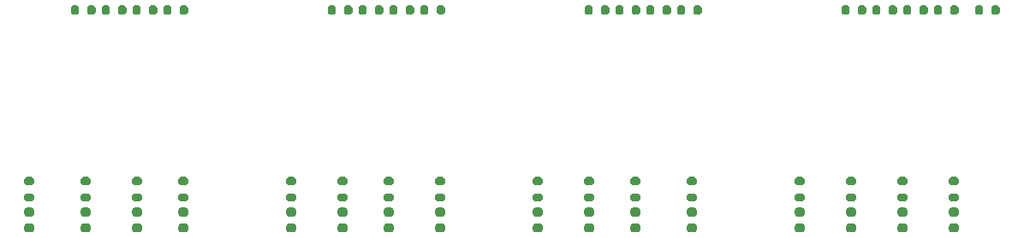
<source format=gbr>
G04 #@! TF.GenerationSoftware,KiCad,Pcbnew,(5.1.10)-1*
G04 #@! TF.CreationDate,2021-09-21T14:09:16-07:00*
G04 #@! TF.ProjectId,Adapter,41646170-7465-4722-9e6b-696361645f70,rev?*
G04 #@! TF.SameCoordinates,Original*
G04 #@! TF.FileFunction,Paste,Top*
G04 #@! TF.FilePolarity,Positive*
%FSLAX46Y46*%
G04 Gerber Fmt 4.6, Leading zero omitted, Abs format (unit mm)*
G04 Created by KiCad (PCBNEW (5.1.10)-1) date 2021-09-21 14:09:16*
%MOMM*%
%LPD*%
G01*
G04 APERTURE LIST*
G04 APERTURE END LIST*
G36*
G01*
X61997000Y-85553000D02*
X61447000Y-85553000D01*
G75*
G02*
X61247000Y-85353000I0J200000D01*
G01*
X61247000Y-84953000D01*
G75*
G02*
X61447000Y-84753000I200000J0D01*
G01*
X61997000Y-84753000D01*
G75*
G02*
X62197000Y-84953000I0J-200000D01*
G01*
X62197000Y-85353000D01*
G75*
G02*
X61997000Y-85553000I-200000J0D01*
G01*
G37*
G36*
G01*
X61997000Y-83903000D02*
X61447000Y-83903000D01*
G75*
G02*
X61247000Y-83703000I0J200000D01*
G01*
X61247000Y-83303000D01*
G75*
G02*
X61447000Y-83103000I200000J0D01*
G01*
X61997000Y-83103000D01*
G75*
G02*
X62197000Y-83303000I0J-200000D01*
G01*
X62197000Y-83703000D01*
G75*
G02*
X61997000Y-83903000I-200000J0D01*
G01*
G37*
G36*
G01*
X87905000Y-85553000D02*
X87355000Y-85553000D01*
G75*
G02*
X87155000Y-85353000I0J200000D01*
G01*
X87155000Y-84953000D01*
G75*
G02*
X87355000Y-84753000I200000J0D01*
G01*
X87905000Y-84753000D01*
G75*
G02*
X88105000Y-84953000I0J-200000D01*
G01*
X88105000Y-85353000D01*
G75*
G02*
X87905000Y-85553000I-200000J0D01*
G01*
G37*
G36*
G01*
X87905000Y-83903000D02*
X87355000Y-83903000D01*
G75*
G02*
X87155000Y-83703000I0J200000D01*
G01*
X87155000Y-83303000D01*
G75*
G02*
X87355000Y-83103000I200000J0D01*
G01*
X87905000Y-83103000D01*
G75*
G02*
X88105000Y-83303000I0J-200000D01*
G01*
X88105000Y-83703000D01*
G75*
G02*
X87905000Y-83903000I-200000J0D01*
G01*
G37*
G36*
G01*
X112289000Y-85553000D02*
X111739000Y-85553000D01*
G75*
G02*
X111539000Y-85353000I0J200000D01*
G01*
X111539000Y-84953000D01*
G75*
G02*
X111739000Y-84753000I200000J0D01*
G01*
X112289000Y-84753000D01*
G75*
G02*
X112489000Y-84953000I0J-200000D01*
G01*
X112489000Y-85353000D01*
G75*
G02*
X112289000Y-85553000I-200000J0D01*
G01*
G37*
G36*
G01*
X112289000Y-83903000D02*
X111739000Y-83903000D01*
G75*
G02*
X111539000Y-83703000I0J200000D01*
G01*
X111539000Y-83303000D01*
G75*
G02*
X111739000Y-83103000I200000J0D01*
G01*
X112289000Y-83103000D01*
G75*
G02*
X112489000Y-83303000I0J-200000D01*
G01*
X112489000Y-83703000D01*
G75*
G02*
X112289000Y-83903000I-200000J0D01*
G01*
G37*
G36*
G01*
X138197000Y-83903000D02*
X137647000Y-83903000D01*
G75*
G02*
X137447000Y-83703000I0J200000D01*
G01*
X137447000Y-83303000D01*
G75*
G02*
X137647000Y-83103000I200000J0D01*
G01*
X138197000Y-83103000D01*
G75*
G02*
X138397000Y-83303000I0J-200000D01*
G01*
X138397000Y-83703000D01*
G75*
G02*
X138197000Y-83903000I-200000J0D01*
G01*
G37*
G36*
G01*
X138197000Y-85553000D02*
X137647000Y-85553000D01*
G75*
G02*
X137447000Y-85353000I0J200000D01*
G01*
X137447000Y-84953000D01*
G75*
G02*
X137647000Y-84753000I200000J0D01*
G01*
X138197000Y-84753000D01*
G75*
G02*
X138397000Y-84953000I0J-200000D01*
G01*
X138397000Y-85353000D01*
G75*
G02*
X138197000Y-85553000I-200000J0D01*
G01*
G37*
G36*
G01*
X67585000Y-85553000D02*
X67035000Y-85553000D01*
G75*
G02*
X66835000Y-85353000I0J200000D01*
G01*
X66835000Y-84953000D01*
G75*
G02*
X67035000Y-84753000I200000J0D01*
G01*
X67585000Y-84753000D01*
G75*
G02*
X67785000Y-84953000I0J-200000D01*
G01*
X67785000Y-85353000D01*
G75*
G02*
X67585000Y-85553000I-200000J0D01*
G01*
G37*
G36*
G01*
X67585000Y-83903000D02*
X67035000Y-83903000D01*
G75*
G02*
X66835000Y-83703000I0J200000D01*
G01*
X66835000Y-83303000D01*
G75*
G02*
X67035000Y-83103000I200000J0D01*
G01*
X67585000Y-83103000D01*
G75*
G02*
X67785000Y-83303000I0J-200000D01*
G01*
X67785000Y-83703000D01*
G75*
G02*
X67585000Y-83903000I-200000J0D01*
G01*
G37*
G36*
G01*
X92985000Y-85553000D02*
X92435000Y-85553000D01*
G75*
G02*
X92235000Y-85353000I0J200000D01*
G01*
X92235000Y-84953000D01*
G75*
G02*
X92435000Y-84753000I200000J0D01*
G01*
X92985000Y-84753000D01*
G75*
G02*
X93185000Y-84953000I0J-200000D01*
G01*
X93185000Y-85353000D01*
G75*
G02*
X92985000Y-85553000I-200000J0D01*
G01*
G37*
G36*
G01*
X92985000Y-83903000D02*
X92435000Y-83903000D01*
G75*
G02*
X92235000Y-83703000I0J200000D01*
G01*
X92235000Y-83303000D01*
G75*
G02*
X92435000Y-83103000I200000J0D01*
G01*
X92985000Y-83103000D01*
G75*
G02*
X93185000Y-83303000I0J-200000D01*
G01*
X93185000Y-83703000D01*
G75*
G02*
X92985000Y-83903000I-200000J0D01*
G01*
G37*
G36*
G01*
X117369000Y-85553000D02*
X116819000Y-85553000D01*
G75*
G02*
X116619000Y-85353000I0J200000D01*
G01*
X116619000Y-84953000D01*
G75*
G02*
X116819000Y-84753000I200000J0D01*
G01*
X117369000Y-84753000D01*
G75*
G02*
X117569000Y-84953000I0J-200000D01*
G01*
X117569000Y-85353000D01*
G75*
G02*
X117369000Y-85553000I-200000J0D01*
G01*
G37*
G36*
G01*
X117369000Y-83903000D02*
X116819000Y-83903000D01*
G75*
G02*
X116619000Y-83703000I0J200000D01*
G01*
X116619000Y-83303000D01*
G75*
G02*
X116819000Y-83103000I200000J0D01*
G01*
X117369000Y-83103000D01*
G75*
G02*
X117569000Y-83303000I0J-200000D01*
G01*
X117569000Y-83703000D01*
G75*
G02*
X117369000Y-83903000I-200000J0D01*
G01*
G37*
G36*
G01*
X143277000Y-83903000D02*
X142727000Y-83903000D01*
G75*
G02*
X142527000Y-83703000I0J200000D01*
G01*
X142527000Y-83303000D01*
G75*
G02*
X142727000Y-83103000I200000J0D01*
G01*
X143277000Y-83103000D01*
G75*
G02*
X143477000Y-83303000I0J-200000D01*
G01*
X143477000Y-83703000D01*
G75*
G02*
X143277000Y-83903000I-200000J0D01*
G01*
G37*
G36*
G01*
X143277000Y-85553000D02*
X142727000Y-85553000D01*
G75*
G02*
X142527000Y-85353000I0J200000D01*
G01*
X142527000Y-84953000D01*
G75*
G02*
X142727000Y-84753000I200000J0D01*
G01*
X143277000Y-84753000D01*
G75*
G02*
X143477000Y-84953000I0J-200000D01*
G01*
X143477000Y-85353000D01*
G75*
G02*
X143277000Y-85553000I-200000J0D01*
G01*
G37*
G36*
G01*
X72665000Y-85553000D02*
X72115000Y-85553000D01*
G75*
G02*
X71915000Y-85353000I0J200000D01*
G01*
X71915000Y-84953000D01*
G75*
G02*
X72115000Y-84753000I200000J0D01*
G01*
X72665000Y-84753000D01*
G75*
G02*
X72865000Y-84953000I0J-200000D01*
G01*
X72865000Y-85353000D01*
G75*
G02*
X72665000Y-85553000I-200000J0D01*
G01*
G37*
G36*
G01*
X72665000Y-83903000D02*
X72115000Y-83903000D01*
G75*
G02*
X71915000Y-83703000I0J200000D01*
G01*
X71915000Y-83303000D01*
G75*
G02*
X72115000Y-83103000I200000J0D01*
G01*
X72665000Y-83103000D01*
G75*
G02*
X72865000Y-83303000I0J-200000D01*
G01*
X72865000Y-83703000D01*
G75*
G02*
X72665000Y-83903000I-200000J0D01*
G01*
G37*
G36*
G01*
X97557000Y-85553000D02*
X97007000Y-85553000D01*
G75*
G02*
X96807000Y-85353000I0J200000D01*
G01*
X96807000Y-84953000D01*
G75*
G02*
X97007000Y-84753000I200000J0D01*
G01*
X97557000Y-84753000D01*
G75*
G02*
X97757000Y-84953000I0J-200000D01*
G01*
X97757000Y-85353000D01*
G75*
G02*
X97557000Y-85553000I-200000J0D01*
G01*
G37*
G36*
G01*
X97557000Y-83903000D02*
X97007000Y-83903000D01*
G75*
G02*
X96807000Y-83703000I0J200000D01*
G01*
X96807000Y-83303000D01*
G75*
G02*
X97007000Y-83103000I200000J0D01*
G01*
X97557000Y-83103000D01*
G75*
G02*
X97757000Y-83303000I0J-200000D01*
G01*
X97757000Y-83703000D01*
G75*
G02*
X97557000Y-83903000I-200000J0D01*
G01*
G37*
G36*
G01*
X121941000Y-85553000D02*
X121391000Y-85553000D01*
G75*
G02*
X121191000Y-85353000I0J200000D01*
G01*
X121191000Y-84953000D01*
G75*
G02*
X121391000Y-84753000I200000J0D01*
G01*
X121941000Y-84753000D01*
G75*
G02*
X122141000Y-84953000I0J-200000D01*
G01*
X122141000Y-85353000D01*
G75*
G02*
X121941000Y-85553000I-200000J0D01*
G01*
G37*
G36*
G01*
X121941000Y-83903000D02*
X121391000Y-83903000D01*
G75*
G02*
X121191000Y-83703000I0J200000D01*
G01*
X121191000Y-83303000D01*
G75*
G02*
X121391000Y-83103000I200000J0D01*
G01*
X121941000Y-83103000D01*
G75*
G02*
X122141000Y-83303000I0J-200000D01*
G01*
X122141000Y-83703000D01*
G75*
G02*
X121941000Y-83903000I-200000J0D01*
G01*
G37*
G36*
G01*
X148357000Y-83903000D02*
X147807000Y-83903000D01*
G75*
G02*
X147607000Y-83703000I0J200000D01*
G01*
X147607000Y-83303000D01*
G75*
G02*
X147807000Y-83103000I200000J0D01*
G01*
X148357000Y-83103000D01*
G75*
G02*
X148557000Y-83303000I0J-200000D01*
G01*
X148557000Y-83703000D01*
G75*
G02*
X148357000Y-83903000I-200000J0D01*
G01*
G37*
G36*
G01*
X148357000Y-85553000D02*
X147807000Y-85553000D01*
G75*
G02*
X147607000Y-85353000I0J200000D01*
G01*
X147607000Y-84953000D01*
G75*
G02*
X147807000Y-84753000I200000J0D01*
G01*
X148357000Y-84753000D01*
G75*
G02*
X148557000Y-84953000I0J-200000D01*
G01*
X148557000Y-85353000D01*
G75*
G02*
X148357000Y-85553000I-200000J0D01*
G01*
G37*
G36*
G01*
X77237000Y-83903000D02*
X76687000Y-83903000D01*
G75*
G02*
X76487000Y-83703000I0J200000D01*
G01*
X76487000Y-83303000D01*
G75*
G02*
X76687000Y-83103000I200000J0D01*
G01*
X77237000Y-83103000D01*
G75*
G02*
X77437000Y-83303000I0J-200000D01*
G01*
X77437000Y-83703000D01*
G75*
G02*
X77237000Y-83903000I-200000J0D01*
G01*
G37*
G36*
G01*
X77237000Y-85553000D02*
X76687000Y-85553000D01*
G75*
G02*
X76487000Y-85353000I0J200000D01*
G01*
X76487000Y-84953000D01*
G75*
G02*
X76687000Y-84753000I200000J0D01*
G01*
X77237000Y-84753000D01*
G75*
G02*
X77437000Y-84953000I0J-200000D01*
G01*
X77437000Y-85353000D01*
G75*
G02*
X77237000Y-85553000I-200000J0D01*
G01*
G37*
G36*
G01*
X102637000Y-85553000D02*
X102087000Y-85553000D01*
G75*
G02*
X101887000Y-85353000I0J200000D01*
G01*
X101887000Y-84953000D01*
G75*
G02*
X102087000Y-84753000I200000J0D01*
G01*
X102637000Y-84753000D01*
G75*
G02*
X102837000Y-84953000I0J-200000D01*
G01*
X102837000Y-85353000D01*
G75*
G02*
X102637000Y-85553000I-200000J0D01*
G01*
G37*
G36*
G01*
X102637000Y-83903000D02*
X102087000Y-83903000D01*
G75*
G02*
X101887000Y-83703000I0J200000D01*
G01*
X101887000Y-83303000D01*
G75*
G02*
X102087000Y-83103000I200000J0D01*
G01*
X102637000Y-83103000D01*
G75*
G02*
X102837000Y-83303000I0J-200000D01*
G01*
X102837000Y-83703000D01*
G75*
G02*
X102637000Y-83903000I-200000J0D01*
G01*
G37*
G36*
G01*
X127529000Y-85553000D02*
X126979000Y-85553000D01*
G75*
G02*
X126779000Y-85353000I0J200000D01*
G01*
X126779000Y-84953000D01*
G75*
G02*
X126979000Y-84753000I200000J0D01*
G01*
X127529000Y-84753000D01*
G75*
G02*
X127729000Y-84953000I0J-200000D01*
G01*
X127729000Y-85353000D01*
G75*
G02*
X127529000Y-85553000I-200000J0D01*
G01*
G37*
G36*
G01*
X127529000Y-83903000D02*
X126979000Y-83903000D01*
G75*
G02*
X126779000Y-83703000I0J200000D01*
G01*
X126779000Y-83303000D01*
G75*
G02*
X126979000Y-83103000I200000J0D01*
G01*
X127529000Y-83103000D01*
G75*
G02*
X127729000Y-83303000I0J-200000D01*
G01*
X127729000Y-83703000D01*
G75*
G02*
X127529000Y-83903000I-200000J0D01*
G01*
G37*
G36*
G01*
X153437000Y-83903000D02*
X152887000Y-83903000D01*
G75*
G02*
X152687000Y-83703000I0J200000D01*
G01*
X152687000Y-83303000D01*
G75*
G02*
X152887000Y-83103000I200000J0D01*
G01*
X153437000Y-83103000D01*
G75*
G02*
X153637000Y-83303000I0J-200000D01*
G01*
X153637000Y-83703000D01*
G75*
G02*
X153437000Y-83903000I-200000J0D01*
G01*
G37*
G36*
G01*
X153437000Y-85553000D02*
X152887000Y-85553000D01*
G75*
G02*
X152687000Y-85353000I0J200000D01*
G01*
X152687000Y-84953000D01*
G75*
G02*
X152887000Y-84753000I200000J0D01*
G01*
X153437000Y-84753000D01*
G75*
G02*
X153637000Y-84953000I0J-200000D01*
G01*
X153637000Y-85353000D01*
G75*
G02*
X153437000Y-85553000I-200000J0D01*
G01*
G37*
G36*
G01*
X67481000Y-66823000D02*
X67481000Y-66273000D01*
G75*
G02*
X67681000Y-66073000I200000J0D01*
G01*
X68081000Y-66073000D01*
G75*
G02*
X68281000Y-66273000I0J-200000D01*
G01*
X68281000Y-66823000D01*
G75*
G02*
X68081000Y-67023000I-200000J0D01*
G01*
X67681000Y-67023000D01*
G75*
G02*
X67481000Y-66823000I0J200000D01*
G01*
G37*
G36*
G01*
X65831000Y-66823000D02*
X65831000Y-66273000D01*
G75*
G02*
X66031000Y-66073000I200000J0D01*
G01*
X66431000Y-66073000D01*
G75*
G02*
X66631000Y-66273000I0J-200000D01*
G01*
X66631000Y-66823000D01*
G75*
G02*
X66431000Y-67023000I-200000J0D01*
G01*
X66031000Y-67023000D01*
G75*
G02*
X65831000Y-66823000I0J200000D01*
G01*
G37*
G36*
G01*
X70529000Y-66823000D02*
X70529000Y-66273000D01*
G75*
G02*
X70729000Y-66073000I200000J0D01*
G01*
X71129000Y-66073000D01*
G75*
G02*
X71329000Y-66273000I0J-200000D01*
G01*
X71329000Y-66823000D01*
G75*
G02*
X71129000Y-67023000I-200000J0D01*
G01*
X70729000Y-67023000D01*
G75*
G02*
X70529000Y-66823000I0J200000D01*
G01*
G37*
G36*
G01*
X68879000Y-66823000D02*
X68879000Y-66273000D01*
G75*
G02*
X69079000Y-66073000I200000J0D01*
G01*
X69479000Y-66073000D01*
G75*
G02*
X69679000Y-66273000I0J-200000D01*
G01*
X69679000Y-66823000D01*
G75*
G02*
X69479000Y-67023000I-200000J0D01*
G01*
X69079000Y-67023000D01*
G75*
G02*
X68879000Y-66823000I0J200000D01*
G01*
G37*
G36*
G01*
X73577000Y-66823000D02*
X73577000Y-66273000D01*
G75*
G02*
X73777000Y-66073000I200000J0D01*
G01*
X74177000Y-66073000D01*
G75*
G02*
X74377000Y-66273000I0J-200000D01*
G01*
X74377000Y-66823000D01*
G75*
G02*
X74177000Y-67023000I-200000J0D01*
G01*
X73777000Y-67023000D01*
G75*
G02*
X73577000Y-66823000I0J200000D01*
G01*
G37*
G36*
G01*
X71927000Y-66823000D02*
X71927000Y-66273000D01*
G75*
G02*
X72127000Y-66073000I200000J0D01*
G01*
X72527000Y-66073000D01*
G75*
G02*
X72727000Y-66273000I0J-200000D01*
G01*
X72727000Y-66823000D01*
G75*
G02*
X72527000Y-67023000I-200000J0D01*
G01*
X72127000Y-67023000D01*
G75*
G02*
X71927000Y-66823000I0J200000D01*
G01*
G37*
G36*
G01*
X76625000Y-66823000D02*
X76625000Y-66273000D01*
G75*
G02*
X76825000Y-66073000I200000J0D01*
G01*
X77225000Y-66073000D01*
G75*
G02*
X77425000Y-66273000I0J-200000D01*
G01*
X77425000Y-66823000D01*
G75*
G02*
X77225000Y-67023000I-200000J0D01*
G01*
X76825000Y-67023000D01*
G75*
G02*
X76625000Y-66823000I0J200000D01*
G01*
G37*
G36*
G01*
X74975000Y-66823000D02*
X74975000Y-66273000D01*
G75*
G02*
X75175000Y-66073000I200000J0D01*
G01*
X75575000Y-66073000D01*
G75*
G02*
X75775000Y-66273000I0J-200000D01*
G01*
X75775000Y-66823000D01*
G75*
G02*
X75575000Y-67023000I-200000J0D01*
G01*
X75175000Y-67023000D01*
G75*
G02*
X74975000Y-66823000I0J200000D01*
G01*
G37*
G36*
G01*
X92881000Y-66823000D02*
X92881000Y-66273000D01*
G75*
G02*
X93081000Y-66073000I200000J0D01*
G01*
X93481000Y-66073000D01*
G75*
G02*
X93681000Y-66273000I0J-200000D01*
G01*
X93681000Y-66823000D01*
G75*
G02*
X93481000Y-67023000I-200000J0D01*
G01*
X93081000Y-67023000D01*
G75*
G02*
X92881000Y-66823000I0J200000D01*
G01*
G37*
G36*
G01*
X91231000Y-66823000D02*
X91231000Y-66273000D01*
G75*
G02*
X91431000Y-66073000I200000J0D01*
G01*
X91831000Y-66073000D01*
G75*
G02*
X92031000Y-66273000I0J-200000D01*
G01*
X92031000Y-66823000D01*
G75*
G02*
X91831000Y-67023000I-200000J0D01*
G01*
X91431000Y-67023000D01*
G75*
G02*
X91231000Y-66823000I0J200000D01*
G01*
G37*
G36*
G01*
X95929000Y-66823000D02*
X95929000Y-66273000D01*
G75*
G02*
X96129000Y-66073000I200000J0D01*
G01*
X96529000Y-66073000D01*
G75*
G02*
X96729000Y-66273000I0J-200000D01*
G01*
X96729000Y-66823000D01*
G75*
G02*
X96529000Y-67023000I-200000J0D01*
G01*
X96129000Y-67023000D01*
G75*
G02*
X95929000Y-66823000I0J200000D01*
G01*
G37*
G36*
G01*
X94279000Y-66823000D02*
X94279000Y-66273000D01*
G75*
G02*
X94479000Y-66073000I200000J0D01*
G01*
X94879000Y-66073000D01*
G75*
G02*
X95079000Y-66273000I0J-200000D01*
G01*
X95079000Y-66823000D01*
G75*
G02*
X94879000Y-67023000I-200000J0D01*
G01*
X94479000Y-67023000D01*
G75*
G02*
X94279000Y-66823000I0J200000D01*
G01*
G37*
G36*
G01*
X98977000Y-66823000D02*
X98977000Y-66273000D01*
G75*
G02*
X99177000Y-66073000I200000J0D01*
G01*
X99577000Y-66073000D01*
G75*
G02*
X99777000Y-66273000I0J-200000D01*
G01*
X99777000Y-66823000D01*
G75*
G02*
X99577000Y-67023000I-200000J0D01*
G01*
X99177000Y-67023000D01*
G75*
G02*
X98977000Y-66823000I0J200000D01*
G01*
G37*
G36*
G01*
X97327000Y-66823000D02*
X97327000Y-66273000D01*
G75*
G02*
X97527000Y-66073000I200000J0D01*
G01*
X97927000Y-66073000D01*
G75*
G02*
X98127000Y-66273000I0J-200000D01*
G01*
X98127000Y-66823000D01*
G75*
G02*
X97927000Y-67023000I-200000J0D01*
G01*
X97527000Y-67023000D01*
G75*
G02*
X97327000Y-66823000I0J200000D01*
G01*
G37*
G36*
G01*
X102027000Y-66823000D02*
X102027000Y-66273000D01*
G75*
G02*
X102227000Y-66073000I200000J0D01*
G01*
X102627000Y-66073000D01*
G75*
G02*
X102827000Y-66273000I0J-200000D01*
G01*
X102827000Y-66823000D01*
G75*
G02*
X102627000Y-67023000I-200000J0D01*
G01*
X102227000Y-67023000D01*
G75*
G02*
X102027000Y-66823000I0J200000D01*
G01*
G37*
G36*
G01*
X100377000Y-66823000D02*
X100377000Y-66273000D01*
G75*
G02*
X100577000Y-66073000I200000J0D01*
G01*
X100977000Y-66073000D01*
G75*
G02*
X101177000Y-66273000I0J-200000D01*
G01*
X101177000Y-66823000D01*
G75*
G02*
X100977000Y-67023000I-200000J0D01*
G01*
X100577000Y-67023000D01*
G75*
G02*
X100377000Y-66823000I0J200000D01*
G01*
G37*
G36*
G01*
X118279000Y-66823000D02*
X118279000Y-66273000D01*
G75*
G02*
X118479000Y-66073000I200000J0D01*
G01*
X118879000Y-66073000D01*
G75*
G02*
X119079000Y-66273000I0J-200000D01*
G01*
X119079000Y-66823000D01*
G75*
G02*
X118879000Y-67023000I-200000J0D01*
G01*
X118479000Y-67023000D01*
G75*
G02*
X118279000Y-66823000I0J200000D01*
G01*
G37*
G36*
G01*
X116629000Y-66823000D02*
X116629000Y-66273000D01*
G75*
G02*
X116829000Y-66073000I200000J0D01*
G01*
X117229000Y-66073000D01*
G75*
G02*
X117429000Y-66273000I0J-200000D01*
G01*
X117429000Y-66823000D01*
G75*
G02*
X117229000Y-67023000I-200000J0D01*
G01*
X116829000Y-67023000D01*
G75*
G02*
X116629000Y-66823000I0J200000D01*
G01*
G37*
G36*
G01*
X121329000Y-66823000D02*
X121329000Y-66273000D01*
G75*
G02*
X121529000Y-66073000I200000J0D01*
G01*
X121929000Y-66073000D01*
G75*
G02*
X122129000Y-66273000I0J-200000D01*
G01*
X122129000Y-66823000D01*
G75*
G02*
X121929000Y-67023000I-200000J0D01*
G01*
X121529000Y-67023000D01*
G75*
G02*
X121329000Y-66823000I0J200000D01*
G01*
G37*
G36*
G01*
X119679000Y-66823000D02*
X119679000Y-66273000D01*
G75*
G02*
X119879000Y-66073000I200000J0D01*
G01*
X120279000Y-66073000D01*
G75*
G02*
X120479000Y-66273000I0J-200000D01*
G01*
X120479000Y-66823000D01*
G75*
G02*
X120279000Y-67023000I-200000J0D01*
G01*
X119879000Y-67023000D01*
G75*
G02*
X119679000Y-66823000I0J200000D01*
G01*
G37*
G36*
G01*
X124377000Y-66823000D02*
X124377000Y-66273000D01*
G75*
G02*
X124577000Y-66073000I200000J0D01*
G01*
X124977000Y-66073000D01*
G75*
G02*
X125177000Y-66273000I0J-200000D01*
G01*
X125177000Y-66823000D01*
G75*
G02*
X124977000Y-67023000I-200000J0D01*
G01*
X124577000Y-67023000D01*
G75*
G02*
X124377000Y-66823000I0J200000D01*
G01*
G37*
G36*
G01*
X122727000Y-66823000D02*
X122727000Y-66273000D01*
G75*
G02*
X122927000Y-66073000I200000J0D01*
G01*
X123327000Y-66073000D01*
G75*
G02*
X123527000Y-66273000I0J-200000D01*
G01*
X123527000Y-66823000D01*
G75*
G02*
X123327000Y-67023000I-200000J0D01*
G01*
X122927000Y-67023000D01*
G75*
G02*
X122727000Y-66823000I0J200000D01*
G01*
G37*
G36*
G01*
X127425000Y-66823000D02*
X127425000Y-66273000D01*
G75*
G02*
X127625000Y-66073000I200000J0D01*
G01*
X128025000Y-66073000D01*
G75*
G02*
X128225000Y-66273000I0J-200000D01*
G01*
X128225000Y-66823000D01*
G75*
G02*
X128025000Y-67023000I-200000J0D01*
G01*
X127625000Y-67023000D01*
G75*
G02*
X127425000Y-66823000I0J200000D01*
G01*
G37*
G36*
G01*
X125775000Y-66823000D02*
X125775000Y-66273000D01*
G75*
G02*
X125975000Y-66073000I200000J0D01*
G01*
X126375000Y-66073000D01*
G75*
G02*
X126575000Y-66273000I0J-200000D01*
G01*
X126575000Y-66823000D01*
G75*
G02*
X126375000Y-67023000I-200000J0D01*
G01*
X125975000Y-67023000D01*
G75*
G02*
X125775000Y-66823000I0J200000D01*
G01*
G37*
G36*
G01*
X143679000Y-66823000D02*
X143679000Y-66273000D01*
G75*
G02*
X143879000Y-66073000I200000J0D01*
G01*
X144279000Y-66073000D01*
G75*
G02*
X144479000Y-66273000I0J-200000D01*
G01*
X144479000Y-66823000D01*
G75*
G02*
X144279000Y-67023000I-200000J0D01*
G01*
X143879000Y-67023000D01*
G75*
G02*
X143679000Y-66823000I0J200000D01*
G01*
G37*
G36*
G01*
X142029000Y-66823000D02*
X142029000Y-66273000D01*
G75*
G02*
X142229000Y-66073000I200000J0D01*
G01*
X142629000Y-66073000D01*
G75*
G02*
X142829000Y-66273000I0J-200000D01*
G01*
X142829000Y-66823000D01*
G75*
G02*
X142629000Y-67023000I-200000J0D01*
G01*
X142229000Y-67023000D01*
G75*
G02*
X142029000Y-66823000I0J200000D01*
G01*
G37*
G36*
G01*
X146729000Y-66823000D02*
X146729000Y-66273000D01*
G75*
G02*
X146929000Y-66073000I200000J0D01*
G01*
X147329000Y-66073000D01*
G75*
G02*
X147529000Y-66273000I0J-200000D01*
G01*
X147529000Y-66823000D01*
G75*
G02*
X147329000Y-67023000I-200000J0D01*
G01*
X146929000Y-67023000D01*
G75*
G02*
X146729000Y-66823000I0J200000D01*
G01*
G37*
G36*
G01*
X145079000Y-66823000D02*
X145079000Y-66273000D01*
G75*
G02*
X145279000Y-66073000I200000J0D01*
G01*
X145679000Y-66073000D01*
G75*
G02*
X145879000Y-66273000I0J-200000D01*
G01*
X145879000Y-66823000D01*
G75*
G02*
X145679000Y-67023000I-200000J0D01*
G01*
X145279000Y-67023000D01*
G75*
G02*
X145079000Y-66823000I0J200000D01*
G01*
G37*
G36*
G01*
X149775000Y-66823000D02*
X149775000Y-66273000D01*
G75*
G02*
X149975000Y-66073000I200000J0D01*
G01*
X150375000Y-66073000D01*
G75*
G02*
X150575000Y-66273000I0J-200000D01*
G01*
X150575000Y-66823000D01*
G75*
G02*
X150375000Y-67023000I-200000J0D01*
G01*
X149975000Y-67023000D01*
G75*
G02*
X149775000Y-66823000I0J200000D01*
G01*
G37*
G36*
G01*
X148125000Y-66823000D02*
X148125000Y-66273000D01*
G75*
G02*
X148325000Y-66073000I200000J0D01*
G01*
X148725000Y-66073000D01*
G75*
G02*
X148925000Y-66273000I0J-200000D01*
G01*
X148925000Y-66823000D01*
G75*
G02*
X148725000Y-67023000I-200000J0D01*
G01*
X148325000Y-67023000D01*
G75*
G02*
X148125000Y-66823000I0J200000D01*
G01*
G37*
G36*
G01*
X152823000Y-66823000D02*
X152823000Y-66273000D01*
G75*
G02*
X153023000Y-66073000I200000J0D01*
G01*
X153423000Y-66073000D01*
G75*
G02*
X153623000Y-66273000I0J-200000D01*
G01*
X153623000Y-66823000D01*
G75*
G02*
X153423000Y-67023000I-200000J0D01*
G01*
X153023000Y-67023000D01*
G75*
G02*
X152823000Y-66823000I0J200000D01*
G01*
G37*
G36*
G01*
X151173000Y-66823000D02*
X151173000Y-66273000D01*
G75*
G02*
X151373000Y-66073000I200000J0D01*
G01*
X151773000Y-66073000D01*
G75*
G02*
X151973000Y-66273000I0J-200000D01*
G01*
X151973000Y-66823000D01*
G75*
G02*
X151773000Y-67023000I-200000J0D01*
G01*
X151373000Y-67023000D01*
G75*
G02*
X151173000Y-66823000I0J200000D01*
G01*
G37*
G36*
G01*
X156889000Y-66823000D02*
X156889000Y-66273000D01*
G75*
G02*
X157089000Y-66073000I200000J0D01*
G01*
X157489000Y-66073000D01*
G75*
G02*
X157689000Y-66273000I0J-200000D01*
G01*
X157689000Y-66823000D01*
G75*
G02*
X157489000Y-67023000I-200000J0D01*
G01*
X157089000Y-67023000D01*
G75*
G02*
X156889000Y-66823000I0J200000D01*
G01*
G37*
G36*
G01*
X155239000Y-66823000D02*
X155239000Y-66273000D01*
G75*
G02*
X155439000Y-66073000I200000J0D01*
G01*
X155839000Y-66073000D01*
G75*
G02*
X156039000Y-66273000I0J-200000D01*
G01*
X156039000Y-66823000D01*
G75*
G02*
X155839000Y-67023000I-200000J0D01*
G01*
X155439000Y-67023000D01*
G75*
G02*
X155239000Y-66823000I0J200000D01*
G01*
G37*
G36*
G01*
X61978250Y-88601000D02*
X61465750Y-88601000D01*
G75*
G02*
X61247000Y-88382250I0J218750D01*
G01*
X61247000Y-87944750D01*
G75*
G02*
X61465750Y-87726000I218750J0D01*
G01*
X61978250Y-87726000D01*
G75*
G02*
X62197000Y-87944750I0J-218750D01*
G01*
X62197000Y-88382250D01*
G75*
G02*
X61978250Y-88601000I-218750J0D01*
G01*
G37*
G36*
G01*
X61978250Y-87026000D02*
X61465750Y-87026000D01*
G75*
G02*
X61247000Y-86807250I0J218750D01*
G01*
X61247000Y-86369750D01*
G75*
G02*
X61465750Y-86151000I218750J0D01*
G01*
X61978250Y-86151000D01*
G75*
G02*
X62197000Y-86369750I0J-218750D01*
G01*
X62197000Y-86807250D01*
G75*
G02*
X61978250Y-87026000I-218750J0D01*
G01*
G37*
G36*
G01*
X87886250Y-88601000D02*
X87373750Y-88601000D01*
G75*
G02*
X87155000Y-88382250I0J218750D01*
G01*
X87155000Y-87944750D01*
G75*
G02*
X87373750Y-87726000I218750J0D01*
G01*
X87886250Y-87726000D01*
G75*
G02*
X88105000Y-87944750I0J-218750D01*
G01*
X88105000Y-88382250D01*
G75*
G02*
X87886250Y-88601000I-218750J0D01*
G01*
G37*
G36*
G01*
X87886250Y-87026000D02*
X87373750Y-87026000D01*
G75*
G02*
X87155000Y-86807250I0J218750D01*
G01*
X87155000Y-86369750D01*
G75*
G02*
X87373750Y-86151000I218750J0D01*
G01*
X87886250Y-86151000D01*
G75*
G02*
X88105000Y-86369750I0J-218750D01*
G01*
X88105000Y-86807250D01*
G75*
G02*
X87886250Y-87026000I-218750J0D01*
G01*
G37*
G36*
G01*
X112270250Y-87026000D02*
X111757750Y-87026000D01*
G75*
G02*
X111539000Y-86807250I0J218750D01*
G01*
X111539000Y-86369750D01*
G75*
G02*
X111757750Y-86151000I218750J0D01*
G01*
X112270250Y-86151000D01*
G75*
G02*
X112489000Y-86369750I0J-218750D01*
G01*
X112489000Y-86807250D01*
G75*
G02*
X112270250Y-87026000I-218750J0D01*
G01*
G37*
G36*
G01*
X112270250Y-88601000D02*
X111757750Y-88601000D01*
G75*
G02*
X111539000Y-88382250I0J218750D01*
G01*
X111539000Y-87944750D01*
G75*
G02*
X111757750Y-87726000I218750J0D01*
G01*
X112270250Y-87726000D01*
G75*
G02*
X112489000Y-87944750I0J-218750D01*
G01*
X112489000Y-88382250D01*
G75*
G02*
X112270250Y-88601000I-218750J0D01*
G01*
G37*
G36*
G01*
X138178250Y-87026000D02*
X137665750Y-87026000D01*
G75*
G02*
X137447000Y-86807250I0J218750D01*
G01*
X137447000Y-86369750D01*
G75*
G02*
X137665750Y-86151000I218750J0D01*
G01*
X138178250Y-86151000D01*
G75*
G02*
X138397000Y-86369750I0J-218750D01*
G01*
X138397000Y-86807250D01*
G75*
G02*
X138178250Y-87026000I-218750J0D01*
G01*
G37*
G36*
G01*
X138178250Y-88601000D02*
X137665750Y-88601000D01*
G75*
G02*
X137447000Y-88382250I0J218750D01*
G01*
X137447000Y-87944750D01*
G75*
G02*
X137665750Y-87726000I218750J0D01*
G01*
X138178250Y-87726000D01*
G75*
G02*
X138397000Y-87944750I0J-218750D01*
G01*
X138397000Y-88382250D01*
G75*
G02*
X138178250Y-88601000I-218750J0D01*
G01*
G37*
G36*
G01*
X67566250Y-88601000D02*
X67053750Y-88601000D01*
G75*
G02*
X66835000Y-88382250I0J218750D01*
G01*
X66835000Y-87944750D01*
G75*
G02*
X67053750Y-87726000I218750J0D01*
G01*
X67566250Y-87726000D01*
G75*
G02*
X67785000Y-87944750I0J-218750D01*
G01*
X67785000Y-88382250D01*
G75*
G02*
X67566250Y-88601000I-218750J0D01*
G01*
G37*
G36*
G01*
X67566250Y-87026000D02*
X67053750Y-87026000D01*
G75*
G02*
X66835000Y-86807250I0J218750D01*
G01*
X66835000Y-86369750D01*
G75*
G02*
X67053750Y-86151000I218750J0D01*
G01*
X67566250Y-86151000D01*
G75*
G02*
X67785000Y-86369750I0J-218750D01*
G01*
X67785000Y-86807250D01*
G75*
G02*
X67566250Y-87026000I-218750J0D01*
G01*
G37*
G36*
G01*
X92966250Y-88601000D02*
X92453750Y-88601000D01*
G75*
G02*
X92235000Y-88382250I0J218750D01*
G01*
X92235000Y-87944750D01*
G75*
G02*
X92453750Y-87726000I218750J0D01*
G01*
X92966250Y-87726000D01*
G75*
G02*
X93185000Y-87944750I0J-218750D01*
G01*
X93185000Y-88382250D01*
G75*
G02*
X92966250Y-88601000I-218750J0D01*
G01*
G37*
G36*
G01*
X92966250Y-87026000D02*
X92453750Y-87026000D01*
G75*
G02*
X92235000Y-86807250I0J218750D01*
G01*
X92235000Y-86369750D01*
G75*
G02*
X92453750Y-86151000I218750J0D01*
G01*
X92966250Y-86151000D01*
G75*
G02*
X93185000Y-86369750I0J-218750D01*
G01*
X93185000Y-86807250D01*
G75*
G02*
X92966250Y-87026000I-218750J0D01*
G01*
G37*
G36*
G01*
X117350250Y-88601000D02*
X116837750Y-88601000D01*
G75*
G02*
X116619000Y-88382250I0J218750D01*
G01*
X116619000Y-87944750D01*
G75*
G02*
X116837750Y-87726000I218750J0D01*
G01*
X117350250Y-87726000D01*
G75*
G02*
X117569000Y-87944750I0J-218750D01*
G01*
X117569000Y-88382250D01*
G75*
G02*
X117350250Y-88601000I-218750J0D01*
G01*
G37*
G36*
G01*
X117350250Y-87026000D02*
X116837750Y-87026000D01*
G75*
G02*
X116619000Y-86807250I0J218750D01*
G01*
X116619000Y-86369750D01*
G75*
G02*
X116837750Y-86151000I218750J0D01*
G01*
X117350250Y-86151000D01*
G75*
G02*
X117569000Y-86369750I0J-218750D01*
G01*
X117569000Y-86807250D01*
G75*
G02*
X117350250Y-87026000I-218750J0D01*
G01*
G37*
G36*
G01*
X143258250Y-88601000D02*
X142745750Y-88601000D01*
G75*
G02*
X142527000Y-88382250I0J218750D01*
G01*
X142527000Y-87944750D01*
G75*
G02*
X142745750Y-87726000I218750J0D01*
G01*
X143258250Y-87726000D01*
G75*
G02*
X143477000Y-87944750I0J-218750D01*
G01*
X143477000Y-88382250D01*
G75*
G02*
X143258250Y-88601000I-218750J0D01*
G01*
G37*
G36*
G01*
X143258250Y-87026000D02*
X142745750Y-87026000D01*
G75*
G02*
X142527000Y-86807250I0J218750D01*
G01*
X142527000Y-86369750D01*
G75*
G02*
X142745750Y-86151000I218750J0D01*
G01*
X143258250Y-86151000D01*
G75*
G02*
X143477000Y-86369750I0J-218750D01*
G01*
X143477000Y-86807250D01*
G75*
G02*
X143258250Y-87026000I-218750J0D01*
G01*
G37*
G36*
G01*
X72646250Y-87026000D02*
X72133750Y-87026000D01*
G75*
G02*
X71915000Y-86807250I0J218750D01*
G01*
X71915000Y-86369750D01*
G75*
G02*
X72133750Y-86151000I218750J0D01*
G01*
X72646250Y-86151000D01*
G75*
G02*
X72865000Y-86369750I0J-218750D01*
G01*
X72865000Y-86807250D01*
G75*
G02*
X72646250Y-87026000I-218750J0D01*
G01*
G37*
G36*
G01*
X72646250Y-88601000D02*
X72133750Y-88601000D01*
G75*
G02*
X71915000Y-88382250I0J218750D01*
G01*
X71915000Y-87944750D01*
G75*
G02*
X72133750Y-87726000I218750J0D01*
G01*
X72646250Y-87726000D01*
G75*
G02*
X72865000Y-87944750I0J-218750D01*
G01*
X72865000Y-88382250D01*
G75*
G02*
X72646250Y-88601000I-218750J0D01*
G01*
G37*
G36*
G01*
X97538250Y-87026000D02*
X97025750Y-87026000D01*
G75*
G02*
X96807000Y-86807250I0J218750D01*
G01*
X96807000Y-86369750D01*
G75*
G02*
X97025750Y-86151000I218750J0D01*
G01*
X97538250Y-86151000D01*
G75*
G02*
X97757000Y-86369750I0J-218750D01*
G01*
X97757000Y-86807250D01*
G75*
G02*
X97538250Y-87026000I-218750J0D01*
G01*
G37*
G36*
G01*
X97538250Y-88601000D02*
X97025750Y-88601000D01*
G75*
G02*
X96807000Y-88382250I0J218750D01*
G01*
X96807000Y-87944750D01*
G75*
G02*
X97025750Y-87726000I218750J0D01*
G01*
X97538250Y-87726000D01*
G75*
G02*
X97757000Y-87944750I0J-218750D01*
G01*
X97757000Y-88382250D01*
G75*
G02*
X97538250Y-88601000I-218750J0D01*
G01*
G37*
G36*
G01*
X121922250Y-88601000D02*
X121409750Y-88601000D01*
G75*
G02*
X121191000Y-88382250I0J218750D01*
G01*
X121191000Y-87944750D01*
G75*
G02*
X121409750Y-87726000I218750J0D01*
G01*
X121922250Y-87726000D01*
G75*
G02*
X122141000Y-87944750I0J-218750D01*
G01*
X122141000Y-88382250D01*
G75*
G02*
X121922250Y-88601000I-218750J0D01*
G01*
G37*
G36*
G01*
X121922250Y-87026000D02*
X121409750Y-87026000D01*
G75*
G02*
X121191000Y-86807250I0J218750D01*
G01*
X121191000Y-86369750D01*
G75*
G02*
X121409750Y-86151000I218750J0D01*
G01*
X121922250Y-86151000D01*
G75*
G02*
X122141000Y-86369750I0J-218750D01*
G01*
X122141000Y-86807250D01*
G75*
G02*
X121922250Y-87026000I-218750J0D01*
G01*
G37*
G36*
G01*
X148338250Y-87026000D02*
X147825750Y-87026000D01*
G75*
G02*
X147607000Y-86807250I0J218750D01*
G01*
X147607000Y-86369750D01*
G75*
G02*
X147825750Y-86151000I218750J0D01*
G01*
X148338250Y-86151000D01*
G75*
G02*
X148557000Y-86369750I0J-218750D01*
G01*
X148557000Y-86807250D01*
G75*
G02*
X148338250Y-87026000I-218750J0D01*
G01*
G37*
G36*
G01*
X148338250Y-88601000D02*
X147825750Y-88601000D01*
G75*
G02*
X147607000Y-88382250I0J218750D01*
G01*
X147607000Y-87944750D01*
G75*
G02*
X147825750Y-87726000I218750J0D01*
G01*
X148338250Y-87726000D01*
G75*
G02*
X148557000Y-87944750I0J-218750D01*
G01*
X148557000Y-88382250D01*
G75*
G02*
X148338250Y-88601000I-218750J0D01*
G01*
G37*
G36*
G01*
X77218250Y-87026000D02*
X76705750Y-87026000D01*
G75*
G02*
X76487000Y-86807250I0J218750D01*
G01*
X76487000Y-86369750D01*
G75*
G02*
X76705750Y-86151000I218750J0D01*
G01*
X77218250Y-86151000D01*
G75*
G02*
X77437000Y-86369750I0J-218750D01*
G01*
X77437000Y-86807250D01*
G75*
G02*
X77218250Y-87026000I-218750J0D01*
G01*
G37*
G36*
G01*
X77218250Y-88601000D02*
X76705750Y-88601000D01*
G75*
G02*
X76487000Y-88382250I0J218750D01*
G01*
X76487000Y-87944750D01*
G75*
G02*
X76705750Y-87726000I218750J0D01*
G01*
X77218250Y-87726000D01*
G75*
G02*
X77437000Y-87944750I0J-218750D01*
G01*
X77437000Y-88382250D01*
G75*
G02*
X77218250Y-88601000I-218750J0D01*
G01*
G37*
G36*
G01*
X102618250Y-87026000D02*
X102105750Y-87026000D01*
G75*
G02*
X101887000Y-86807250I0J218750D01*
G01*
X101887000Y-86369750D01*
G75*
G02*
X102105750Y-86151000I218750J0D01*
G01*
X102618250Y-86151000D01*
G75*
G02*
X102837000Y-86369750I0J-218750D01*
G01*
X102837000Y-86807250D01*
G75*
G02*
X102618250Y-87026000I-218750J0D01*
G01*
G37*
G36*
G01*
X102618250Y-88601000D02*
X102105750Y-88601000D01*
G75*
G02*
X101887000Y-88382250I0J218750D01*
G01*
X101887000Y-87944750D01*
G75*
G02*
X102105750Y-87726000I218750J0D01*
G01*
X102618250Y-87726000D01*
G75*
G02*
X102837000Y-87944750I0J-218750D01*
G01*
X102837000Y-88382250D01*
G75*
G02*
X102618250Y-88601000I-218750J0D01*
G01*
G37*
G36*
G01*
X127510250Y-87026000D02*
X126997750Y-87026000D01*
G75*
G02*
X126779000Y-86807250I0J218750D01*
G01*
X126779000Y-86369750D01*
G75*
G02*
X126997750Y-86151000I218750J0D01*
G01*
X127510250Y-86151000D01*
G75*
G02*
X127729000Y-86369750I0J-218750D01*
G01*
X127729000Y-86807250D01*
G75*
G02*
X127510250Y-87026000I-218750J0D01*
G01*
G37*
G36*
G01*
X127510250Y-88601000D02*
X126997750Y-88601000D01*
G75*
G02*
X126779000Y-88382250I0J218750D01*
G01*
X126779000Y-87944750D01*
G75*
G02*
X126997750Y-87726000I218750J0D01*
G01*
X127510250Y-87726000D01*
G75*
G02*
X127729000Y-87944750I0J-218750D01*
G01*
X127729000Y-88382250D01*
G75*
G02*
X127510250Y-88601000I-218750J0D01*
G01*
G37*
G36*
G01*
X153418250Y-88601000D02*
X152905750Y-88601000D01*
G75*
G02*
X152687000Y-88382250I0J218750D01*
G01*
X152687000Y-87944750D01*
G75*
G02*
X152905750Y-87726000I218750J0D01*
G01*
X153418250Y-87726000D01*
G75*
G02*
X153637000Y-87944750I0J-218750D01*
G01*
X153637000Y-88382250D01*
G75*
G02*
X153418250Y-88601000I-218750J0D01*
G01*
G37*
G36*
G01*
X153418250Y-87026000D02*
X152905750Y-87026000D01*
G75*
G02*
X152687000Y-86807250I0J218750D01*
G01*
X152687000Y-86369750D01*
G75*
G02*
X152905750Y-86151000I218750J0D01*
G01*
X153418250Y-86151000D01*
G75*
G02*
X153637000Y-86369750I0J-218750D01*
G01*
X153637000Y-86807250D01*
G75*
G02*
X153418250Y-87026000I-218750J0D01*
G01*
G37*
M02*

</source>
